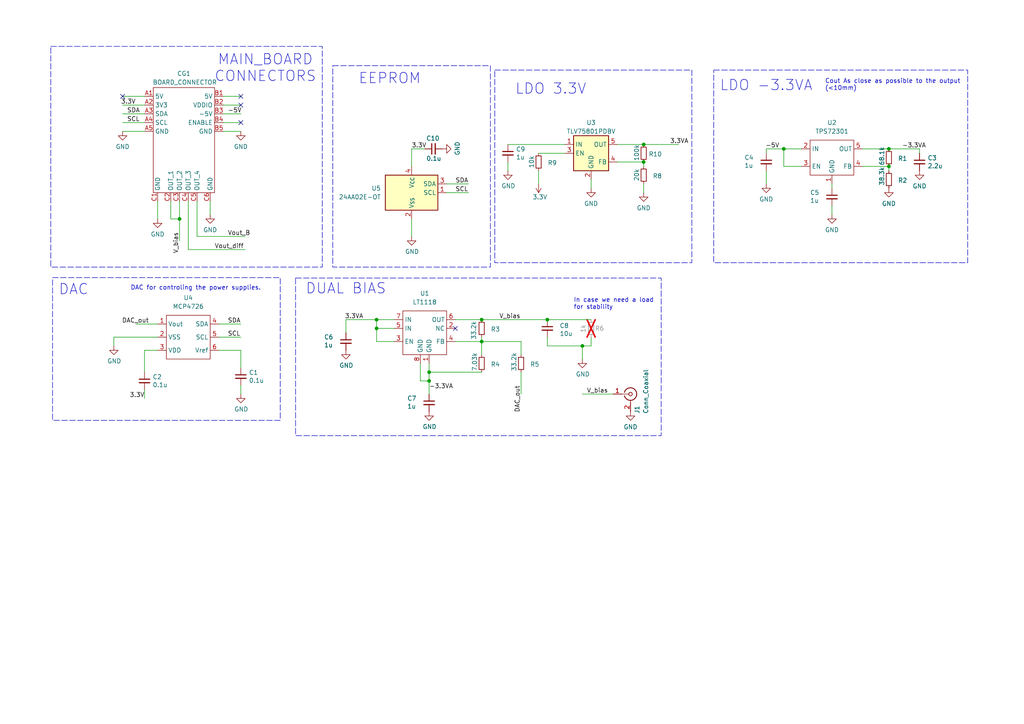
<source format=kicad_sch>
(kicad_sch (version 20250114) (generator "eeschema") (generator_version "9.0")
  (paper "A4")
  (lib_symbols
    (symbol "Connector:Conn_Coaxial" (pin_names (offset 1.016) (hide yes))
      (property "Reference" "J" (at 0.254 3.048 0))
      (property "Value" "Conn_Coaxial" (at 2.921 0 90))
      (symbol "Conn_Coaxial_0_1"
        (polyline (pts (xy -2.54 0) (xy -0.508 0)))
        (arc (start 1.778 0) (mid 0.222 -1.8079) (end -1.778 -0.508) (stroke (width 0.254)))
        (arc (start -1.778 0.508) (mid 0.2221 1.8084) (end 1.778 0) (stroke (width 0.254)))
        (circle (center 0 0) (radius 0.508) (stroke (width 0.2032)))
        (polyline (pts (xy 0 -2.54) (xy 0 -1.778)))
      )
      (symbol "Conn_Coaxial_1_1"
        (pin passive line (at -5.08 0 0) (length 2.54) (name "In") (number "1"))
        (pin passive line (at 0 -5.08 90) (length 2.54) (name "Ext") (number "2"))
      )
    )
    (symbol "Device:C_Small" (pin_numbers (hide yes)) (pin_names (offset 0.254) (hide yes))
      (property "Reference" "C" (at 0.254 1.778 0))
      (property "Value" "C_Small" (at 0.254 -2.032 0))
      (symbol "C_Small_0_1"
        (polyline (pts (xy -1.524 0.508) (xy 1.524 0.508)) (stroke (width 0.3048)))
        (polyline (pts (xy -1.524 -0.508) (xy 1.524 -0.508)) (stroke (width 0.3302)))
      )
      (symbol "C_Small_1_1"
        (pin passive line (at 0 2.54 270) (length 2.032) (name "~") (number "1"))
        (pin passive line (at 0 -2.54 90) (length 2.032) (name "~") (number "2"))
      )
    )
    (symbol "Device:R_Small" (pin_numbers (hide yes)) (pin_names (offset 0.254) (hide yes))
      (property "Reference" "R" (at 0.762 0.508 0))
      (property "Value" "R_Small" (at 0.762 -1.016 0))
      (symbol "R_Small_0_1"
        (rectangle (start -0.762 1.778) (end 0.762 -1.778) (stroke (width 0.2032)))
      )
      (symbol "R_Small_1_1"
        (pin passive line (at 0 2.54 270) (length 0.762) (name "~") (number "1"))
        (pin passive line (at 0 -2.54 90) (length 0.762) (name "~") (number "2"))
      )
    )
    (symbol "External-lib:LT1118"
      (property "Reference" "U" (at 0 4.826 0))
      (property "Value" "LT1118" (at 0 7.112 0))
      (symbol "LT1118_0_1"
        (rectangle (start -6.35 6.35) (end 6.35 -6.35))
      )
      (symbol "LT1118_1_1"
        (pin unspecified line (at -8.89 3.81 0) (length 2.54) (name "IN") (number "7"))
        (pin unspecified line (at -8.89 1.27 0) (length 2.54) (name "IN") (number "5"))
        (pin unspecified line (at -8.89 -2.54 0) (length 2.54) (name "EN") (number "3"))
        (pin unspecified line (at -1.27 -8.89 90) (length 2.54) (name "GND") (number "8"))
        (pin unspecified line (at 1.27 -8.89 90) (length 2.54) (name "GND") (number "1"))
        (pin unspecified line (at 8.89 3.81 180) (length 2.54) (name "OUT") (number "6"))
        (pin unspecified line (at 8.89 1.27 180) (length 2.54) (name "NC") (number "2"))
        (pin unspecified line (at 8.89 -2.54 180) (length 2.54) (name "FB") (number "4"))
      )
    )
    (symbol "External-lib:MCP4726-SOT23"
      (property "Reference" "U" (at 0 0 0))
      (symbol "MCP4726-SOT23_0_1"
        (rectangle (start -6.35 6.35) (end 6.35 -6.35))
      )
      (symbol "MCP4726-SOT23_1_1"
        (pin unspecified line (at -8.89 3.81 0) (length 2.54) (name "Vout") (number "1"))
        (pin unspecified line (at -8.89 0 0) (length 2.54) (name "VSS") (number "2"))
        (pin unspecified line (at -8.89 -3.81 0) (length 2.54) (name "VDD") (number "3"))
        (pin unspecified line (at 8.89 3.81 180) (length 2.54) (name "SDA") (number "4"))
        (pin unspecified line (at 8.89 0 180) (length 2.54) (name "SCL") (number "5"))
        (pin unspecified line (at 8.89 -3.81 180) (length 2.54) (name "Vref") (number "6"))
      )
    )
    (symbol "External-lib:TPS72301"
      (property "Reference" "U" (at 0 3.81 0))
      (property "Value" "TPS72301" (at 0 5.842 0))
      (symbol "TPS72301_0_1"
        (rectangle (start -6.35 5.08) (end 6.35 -5.08))
      )
      (symbol "TPS72301_1_1"
        (pin unspecified line (at -8.89 2.54 0) (length 2.54) (name "IN") (number "2"))
        (pin unspecified line (at -8.89 -2.54 0) (length 2.54) (name "EN") (number "3"))
        (pin unspecified line (at 0 -7.62 90) (length 2.54) (name "GND") (number "1"))
        (pin unspecified line (at 8.89 2.54 180) (length 2.54) (name "OUT") (number "5"))
        (pin unspecified line (at 8.89 -2.54 180) (length 2.54) (name "FB") (number "4"))
      )
    )
    (symbol "Memory_EEPROM:24AA02E-OT"
      (property "Reference" "U" (at -7.62 6.35 0))
      (property "Value" "24AA02E-OT" (at 2.54 -6.35 0))
      (symbol "24AA02E-OT_1_1"
        (rectangle (start -7.62 5.08) (end 7.62 -5.08) (stroke (width 0.254)) (fill (type background)))
        (pin no_connect line (at -10.16 0 0) (length 2.54) (hide yes) (name "NC") (number "5"))
        (pin power_in line (at 0 7.62 270) (length 2.54) (name "V_{CC}") (number "4"))
        (pin power_in line (at 0 -7.62 90) (length 2.54) (name "V_{SS}") (number "2"))
        (pin bidirectional line (at 10.16 2.54 180) (length 2.54) (name "SDA") (number "3"))
        (pin input line (at 10.16 0 180) (length 2.54) (name "SCL") (number "1"))
      )
    )
    (symbol "PCB-connectors-lib:chewing-gum-board" (in_bom no)
      (property "Reference" "CG" (at 1.778 31.75 0))
      (symbol "chewing-gum-board_0_1"
        (rectangle (start 0 30.48) (end 17.78 0))
      )
      (symbol "chewing-gum-board_1_1"
        (pin bidirectional line (at -2.54 27.94 0) (length 2.54) (name "5V") (number "A1"))
        (pin input line (at -2.54 25.4 0) (length 2.54) (name "3V3") (number "A2"))
        (pin bidirectional line (at -2.54 22.86 0) (length 2.54) (name "SDA") (number "A3"))
        (pin output line (at -2.54 20.32 0) (length 2.54) (name "SCL") (number "A4"))
        (pin output line (at -2.54 17.78 0) (length 2.54) (name "GND") (number "A5"))
        (pin bidirectional line (at 1.27 -2.54 90) (length 2.54) (name "GND") (number "C1"))
        (pin output line (at 5.08 -2.54 90) (length 2.54) (name "OUT_1") (number "C2"))
        (pin output line (at 7.62 -2.54 90) (length 2.54) (name "OUT_2") (number "C3"))
        (pin output line (at 10.16 -2.54 90) (length 2.54) (name "OUT_3") (number "C4"))
        (pin output line (at 12.7 -2.54 90) (length 2.54) (name "OUT_4") (number "C5"))
        (pin bidirectional line (at 16.51 -2.54 90) (length 2.54) (name "GND") (number "C6"))
        (pin input line (at 20.32 27.94 180) (length 2.54) (name "5V") (number "B1"))
        (pin bidirectional line (at 20.32 25.4 180) (length 2.54) (name "VDDIO") (number "B2"))
        (pin bidirectional line (at 20.32 22.86 180) (length 2.54) (name "-5V") (number "B3"))
        (pin bidirectional line (at 20.32 20.32 180) (length 2.54) (name "ENABLE") (number "B4"))
        (pin input line (at 20.32 17.78 180) (length 2.54) (name "GND") (number "B5"))
      )
    )
    (symbol "Regulator_Linear:TLV75801PDBV"
      (property "Reference" "U" (at -3.81 6.35 0))
      (property "Value" "TLV75801PDBV" (at 0 6.35 0))
      (symbol "TLV75801PDBV_0_1"
        (rectangle (start 5.08 -5.08) (end -5.08 5.08) (stroke (width 0.254)) (fill (type background)))
      )
      (symbol "TLV75801PDBV_1_1"
        (pin power_in line (at -7.62 2.54 0) (length 2.54) (name "IN") (number "1"))
        (pin input line (at -7.62 0 0) (length 2.54) (name "EN") (number "3"))
        (pin power_in line (at 0 -7.62 90) (length 2.54) (name "GND") (number "2"))
        (pin power_out line (at 7.62 2.54 180) (length 2.54) (name "OUT") (number "5"))
        (pin input line (at 7.62 -2.54 180) (length 2.54) (name "FB") (number "4"))
      )
    )
    (symbol "power:+3.3VA" (power) (pin_names (offset 0))
      (property "Value" "+3.3VA" (at 0 3.556 0))
      (symbol "+3.3VA_0_1"
        (polyline (pts (xy -0.762 1.27) (xy 0 2.54)))
        (polyline (pts (xy 0 2.54) (xy 0.762 1.27)))
        (polyline (pts (xy 0 0) (xy 0 2.54)))
      )
      (symbol "+3.3VA_1_1"
        (pin power_in line (at 0 0 90) (length 0) (hide yes) (name "+3.3VA") (number "1"))
      )
    )
    (symbol "power:GND" (power) (pin_names (offset 0))
      (property "Value" "GND" (at 0 -3.81 0))
      (symbol "GND_0_1"
        (polyline (pts (xy 0 0) (xy 0 -1.27) (xy 1.27 -1.27) (xy 0 -2.54) (xy -1.27 -1.27) (xy 0 -1.27)))
      )
      (symbol "GND_1_1"
        (pin power_in line (at 0 0 270) (length 0) (hide yes) (name "GND") (number "1"))
      )
    )
  )
  (rectangle (start 85.725 80.645) (end 191.77 126.365) (stroke (width 0) (type dash)))
  (rectangle (start 96.52 19.05) (end 142.24 77.47) (stroke (width 0) (type dash)))
  (rectangle (start 143.51 20.32) (end 200.66 76.2) (stroke (width 0) (type dash)))
  (rectangle (start 15.24 80.518) (end 81.28 121.92) (stroke (width 0) (type dash)))
  (rectangle (start 14.732 13.462) (end 93.472 77.47) (stroke (width 0) (type dash)))
  (rectangle (start 207.01 20.32) (end 280.67 76.2) (stroke (width 0) (type dash)))
  (text "In case we need a load\nfor stability" (at 166.37 89.916 0) (effects (font (size 1.27 1.27)) (justify left bottom)))
  (text "LDO 3.3V\n" (at 159.766 25.908 0) (effects (font (size 3 3))))
  (text "DAC for controling the power supplies.\n" (at 37.846 84.328 0) (effects (font (size 1.27 1.27)) (justify left bottom)))
  (text "DAC" (at 21.336 84.074 0) (effects (font (size 3 3))))
  (text "DUAL BIAS" (at 100.33 83.82 0) (effects (font (size 3 3))))
  (text "MAIN_BOARD\nCONNECTORS\n" (at 76.962 19.812 0) (effects (font (size 3 3))))
  (text "Cout As close as possible to the output\n(<10mm)" (at 239.268 26.416 0) (effects (font (size 1.27 1.27)) (justify left bottom)))
  (text "EEPROM\n" (at 113.03 22.86 0) (effects (font (size 3 3))))
  (text "LDO -3.3VA\n" (at 222.25 24.892 0) (effects (font (size 3 3))))
  (junction (at 257.81 48.26))
  (junction (at 186.69 41.91))
  (junction (at 227.33 43.18))
  (junction (at 109.22 92.71))
  (junction (at 124.46 107.95))
  (junction (at 109.22 95.25))
  (junction (at 139.7 99.06))
  (junction (at 186.69 46.99))
  (junction (at 139.7 92.71))
  (junction (at 257.81 43.18))
  (junction (at 124.46 110.49))
  (junction (at 168.91 100.33))
  (junction (at 52.07 63.5))
  (junction (at 158.75 92.71))
  (no_connect (at 69.85 35.56))
  (no_connect (at 69.85 30.48))
  (no_connect (at 132.08 95.25))
  (no_connect (at 35.56 27.94))
  (no_connect (at 69.85 27.94))
  (wire (pts (xy 171.45 52.07) (xy 171.45 54.61)))
  (wire (pts (xy 45.72 101.6) (xy 41.91 101.6)))
  (wire (pts (xy 57.15 58.42) (xy 57.15 68.58)))
  (wire (pts (xy 241.3 53.34) (xy 241.3 54.61)))
  (wire (pts (xy 64.77 33.02) (xy 69.85 33.02)))
  (wire (pts (xy 35.56 33.02) (xy 41.91 33.02)))
  (wire (pts (xy 41.91 113.03) (xy 41.91 115.57)))
  (wire (pts (xy 57.15 68.58) (xy 71.12 68.58)))
  (wire (pts (xy 39.37 93.98) (xy 45.72 93.98)))
  (wire (pts (xy 52.07 63.5) (xy 52.07 69.85)))
  (wire (pts (xy 227.33 48.26) (xy 232.41 48.26)))
  (wire (pts (xy 64.77 30.48) (xy 69.85 30.48)))
  (wire (pts (xy 63.5 97.79) (xy 69.85 97.79)))
  (wire (pts (xy 139.7 99.06) (xy 139.7 102.87)))
  (wire (pts (xy 156.21 44.45) (xy 163.83 44.45)))
  (wire (pts (xy 41.91 101.6) (xy 41.91 107.95)))
  (wire (pts (xy 109.22 92.71) (xy 109.22 95.25)))
  (wire (pts (xy 227.33 43.18) (xy 232.41 43.18)))
  (wire (pts (xy 33.02 97.79) (xy 33.02 100.33)))
  (wire (pts (xy 147.32 41.91) (xy 163.83 41.91)))
  (wire (pts (xy 139.7 99.06) (xy 151.13 99.06)))
  (wire (pts (xy 35.56 27.94) (xy 41.91 27.94)))
  (wire (pts (xy 222.25 43.18) (xy 227.33 43.18)))
  (wire (pts (xy 139.7 107.95) (xy 124.46 107.95)))
  (wire (pts (xy 257.81 48.26) (xy 257.81 49.53)))
  (wire (pts (xy 60.96 58.42) (xy 60.96 62.23)))
  (wire (pts (xy 186.69 41.91) (xy 196.85 41.91)))
  (wire (pts (xy 139.7 92.71) (xy 158.75 92.71)))
  (wire (pts (xy 119.38 43.18) (xy 119.38 48.26)))
  (wire (pts (xy 63.5 93.98) (xy 69.85 93.98)))
  (wire (pts (xy 49.53 63.5) (xy 52.07 63.5)))
  (wire (pts (xy 171.45 97.79) (xy 171.45 100.33)))
  (wire (pts (xy 52.07 58.42) (xy 52.07 63.5)))
  (wire (pts (xy 139.7 97.79) (xy 139.7 99.06)))
  (wire (pts (xy 63.5 101.6) (xy 69.85 101.6)))
  (wire (pts (xy 35.56 38.1) (xy 41.91 38.1)))
  (wire (pts (xy 186.69 53.34) (xy 186.69 55.88)))
  (wire (pts (xy 132.08 92.71) (xy 139.7 92.71)))
  (wire (pts (xy 109.22 99.06) (xy 114.3 99.06)))
  (wire (pts (xy 64.77 38.1) (xy 69.85 38.1)))
  (wire (pts (xy 158.75 97.79) (xy 158.75 100.33)))
  (wire (pts (xy 151.13 99.06) (xy 151.13 102.87)))
  (wire (pts (xy 119.38 43.18) (xy 123.19 43.18)))
  (wire (pts (xy 100.33 92.71) (xy 100.33 96.52)))
  (wire (pts (xy 158.75 100.33) (xy 168.91 100.33)))
  (wire (pts (xy 168.91 100.33) (xy 171.45 100.33)))
  (wire (pts (xy 124.46 110.49) (xy 124.46 114.3)))
  (wire (pts (xy 35.56 30.48) (xy 41.91 30.48)))
  (wire (pts (xy 168.91 114.3) (xy 177.8 114.3)))
  (wire (pts (xy 250.19 43.18) (xy 257.81 43.18)))
  (wire (pts (xy 109.22 92.71) (xy 114.3 92.71)))
  (wire (pts (xy 121.92 105.41) (xy 121.92 110.49)))
  (wire (pts (xy 54.61 58.42) (xy 54.61 72.39)))
  (wire (pts (xy 179.07 46.99) (xy 186.69 46.99)))
  (wire (pts (xy 124.46 107.95) (xy 124.46 110.49)))
  (wire (pts (xy 54.61 72.39) (xy 71.12 72.39)))
  (wire (pts (xy 158.75 92.71) (xy 171.45 92.71)))
  (wire (pts (xy 124.46 105.41) (xy 124.46 107.95)))
  (wire (pts (xy 33.02 97.79) (xy 45.72 97.79)))
  (wire (pts (xy 114.3 95.25) (xy 109.22 95.25)))
  (wire (pts (xy 222.25 49.53) (xy 222.25 53.34)))
  (wire (pts (xy 121.92 110.49) (xy 124.46 110.49)))
  (wire (pts (xy 35.56 35.56) (xy 41.91 35.56)))
  (wire (pts (xy 129.54 53.34) (xy 135.89 53.34)))
  (wire (pts (xy 69.85 101.6) (xy 69.85 106.68)))
  (wire (pts (xy 64.77 35.56) (xy 69.85 35.56)))
  (wire (pts (xy 156.21 49.53) (xy 156.21 53.34)))
  (wire (pts (xy 109.22 95.25) (xy 109.22 99.06)))
  (wire (pts (xy 45.72 58.42) (xy 45.72 63.5)))
  (wire (pts (xy 241.3 59.69) (xy 241.3 62.23)))
  (wire (pts (xy 69.85 111.76) (xy 69.85 114.3)))
  (wire (pts (xy 147.32 46.99) (xy 147.32 49.53)))
  (wire (pts (xy 168.91 100.33) (xy 168.91 104.14)))
  (wire (pts (xy 132.08 99.06) (xy 139.7 99.06)))
  (wire (pts (xy 129.54 55.88) (xy 135.89 55.88)))
  (wire (pts (xy 100.33 92.71) (xy 109.22 92.71)))
  (wire (pts (xy 227.33 43.18) (xy 227.33 48.26)))
  (wire (pts (xy 179.07 41.91) (xy 186.69 41.91)))
  (wire (pts (xy 119.38 63.5) (xy 119.38 68.58)))
  (wire (pts (xy 186.69 46.99) (xy 186.69 48.26)))
  (wire (pts (xy 222.25 43.18) (xy 222.25 44.45)))
  (wire (pts (xy 250.19 48.26) (xy 257.81 48.26)))
  (wire (pts (xy 49.53 58.42) (xy 49.53 63.5)))
  (wire (pts (xy 64.77 27.94) (xy 69.85 27.94)))
  (wire (pts (xy 257.81 43.18) (xy 266.7 43.18)))
  (wire (pts (xy 151.13 107.95) (xy 151.13 114.3)))
  (wire (pts (xy 266.7 43.18) (xy 266.7 44.45)))
  (label "-5V" (at 66.04 33.02 0))
  (label "V_bias" (at 144.78 92.71 0))
  (label "-5V" (at 226.06 43.18 180))
  (label "DAC_out" (at 43.18 93.98 180))
  (label "3.3VA" (at 194.31 41.91 0))
  (label "Vout_diff" (at 62.23 72.39 0))
  (label "V_bias" (at 170.18 114.3 0))
  (label "3.3V" (at 39.37 30.48 180))
  (label "V_bias" (at 52.07 67.31 270))
  (label "SDA" (at 36.83 33.02 0))
  (label "SCL" (at 132.08 55.88 0))
  (label "SCL" (at 36.83 35.56 0))
  (label "SDA" (at 66.04 93.98 0))
  (label "SCL" (at 66.04 97.79 0))
  (label "Vout_B" (at 66.04 68.58 0))
  (label "3.3V" (at 119.38 43.18 0))
  (label "3.3V" (at 41.91 115.57 180))
  (label "DAC_out" (at 151.13 111.76 270))
  (label "3.3VA" (at 105.41 92.71 180))
  (label "SDA" (at 132.08 53.34 0))
  (label "-3.3VA" (at 124.46 113.03 0))
  (label "-3.3VA" (at 261.62 43.18 0))
  (symbol (lib_id "power:GND") (at 266.7 49.53 0) (unit 1)
    (property "Reference" "#PWR05" (effects (hide yes)))
    (property "Value" "GND" (at 266.7 53.975 0))
  )
  (symbol (lib_id "power:GND") (at 168.91 104.14 0) (unit 1)
    (property "Reference" "#PWR010" (effects (hide yes)))
    (property "Value" "GND" (at 169.037 108.5342 0))
  )
  (symbol (lib_id "Device:C_Small") (at 41.91 110.49 0) (unit 1)
    (property "Reference" "C2" (at 44.2468 109.3216 0) (effects (justify left)))
    (property "Value" "0.1u" (at 44.2468 111.633 0) (effects (justify left)))
    (property "Footprint" "Capacitor_SMD:C_0603_1608Metric" (effects (hide yes)))
    (property "Digikey Part Number" "399-9158-1-ND" (effects (hide yes)))
    (property "Mouser Part Number" "80-C0805C104Z3V" (effects (hide yes)))
    (property "LCSC" "C19702" (effects (hide yes)))
  )
  (symbol (lib_id "power:GND") (at 186.69 55.88 0) (unit 1)
    (property "Reference" "#PWR022" (effects (hide yes)))
    (property "Value" "GND" (at 186.69 60.325 0))
  )
  (symbol (lib_id "Device:C_Small") (at 69.85 109.22 0) (unit 1)
    (property "Reference" "C1" (at 72.1868 108.0516 0) (effects (justify left)))
    (property "Value" "0.1u" (at 72.1868 110.363 0) (effects (justify left)))
    (property "Footprint" "Capacitor_SMD:C_0603_1608Metric" (effects (hide yes)))
    (property "Digikey Part Number" "399-9158-1-ND" (effects (hide yes)))
    (property "Mouser Part Number" "80-C0805C104Z3V" (effects (hide yes)))
    (property "LCSC" "C19702" (effects (hide yes)))
  )
  (symbol (lib_id "Device:C_Small") (at 222.25 46.99 0) (unit 1)
    (property "Reference" "C4" (at 215.9 45.6946 0) (effects (justify left)))
    (property "Value" "1u" (at 215.9 48.006 0) (effects (justify left)))
    (property "Footprint" "Capacitor_SMD:C_0603_1608Metric" (effects (hide yes)))
    (property "Digikey Part Number" "399-9158-1-ND" (effects (hide yes)))
    (property "Mouser Part Number" "80-C0805C104Z3V" (effects (hide yes)))
    (property "LCSC" "C19702" (effects (hide yes)))
  )
  (symbol (lib_id "Device:C_Small") (at 100.33 99.06 0) (unit 1)
    (property "Reference" "C6" (at 93.98 97.7646 0) (effects (justify left)))
    (property "Value" "1u" (at 93.98 100.076 0) (effects (justify left)))
    (property "Footprint" "Capacitor_SMD:C_0603_1608Metric" (effects (hide yes)))
    (property "Digikey Part Number" "399-9158-1-ND" (effects (hide yes)))
    (property "Mouser Part Number" "80-C0805C104Z3V" (effects (hide yes)))
    (property "LCSC" "C19702" (effects (hide yes)))
  )
  (symbol (lib_id "Memory_EEPROM:24AA02E-OT") (at 119.38 55.88 0) (unit 1)
    (property "Reference" "U5" (at 110.49 54.6099 0) (effects (justify right)))
    (property "Value" "24AA02E-OT" (at 110.49 57.1499 0) (effects (justify right)))
    (property "Footprint" "Package_TO_SOT_SMD:SOT-23-5" (effects (hide yes)))
    (property "Datasheet" "https://ww1.microchip.com/downloads/aemDocuments/documents/MPD/ProductDocuments/DataSheets/2-Kbit-I2C-Serial-EEPROMs-+EUI-48-or-EUI-64-Node-20002124.pdf" (effects (hide yes)))
    (property "Description" "I2C Serial EEPROM with EUI-48 or EUI-64, 2Kb, SOT-23-5" (effects (hide yes)))
  )
  (symbol (lib_id "Device:C_Small") (at 147.32 44.45 0) (unit 1)
    (property "Reference" "C9" (at 149.6568 43.2816 0) (effects (justify left)))
    (property "Value" "1u" (at 149.6568 45.593 0) (effects (justify left)))
    (property "Footprint" "Capacitor_SMD:C_0603_1608Metric" (effects (hide yes)))
    (property "Digikey Part Number" "399-9158-1-ND" (effects (hide yes)))
    (property "Mouser Part Number" "80-C0805C104Z3V" (effects (hide yes)))
    (property "LCSC" "C19702" (effects (hide yes)))
  )
  (symbol (lib_id "PCB-connectors-lib:chewing-gum-board") (at 44.45 55.88 0) (unit 1) (in_bom no)
    (property "Reference" "CG1" (at 53.34 21.336 0))
    (property "Value" "BOARD_CONNECTOR" (at 53.594 23.876 0))
    (property "Footprint" "heep-footprints:chewing-gum-pcb" (effects (hide yes)))
  )
  (symbol (lib_id "power:GND") (at 45.72 63.5 0) (unit 1)
    (property "Reference" "#PWR011" (effects (hide yes)))
    (property "Value" "GND" (at 45.72 67.945 0))
  )
  (symbol (lib_id "power:GND") (at 124.46 119.38 0) (unit 1)
    (property "Reference" "#PWR09" (effects (hide yes)))
    (property "Value" "GND" (at 124.587 123.7742 0))
  )
  (symbol (lib_id "Device:C_Small") (at 266.7 46.99 0) (unit 1)
    (property "Reference" "C3" (at 269.0368 45.8216 0) (effects (justify left)))
    (property "Value" "2.2u" (at 269.0368 48.133 0) (effects (justify left)))
    (property "Footprint" "Capacitor_SMD:C_0603_1608Metric" (effects (hide yes)))
    (property "Digikey Part Number" "399-9158-1-ND" (effects (hide yes)))
    (property "Mouser Part Number" "80-C0805C104Z3V" (effects (hide yes)))
    (property "LCSC" "C19702" (effects (hide yes)))
  )
  (symbol (lib_id "power:GND") (at 69.85 114.3 0) (unit 1)
    (property "Reference" "#PWR026" (effects (hide yes)))
    (property "Value" "GND" (at 69.977 118.6942 0))
  )
  (symbol (lib_id "power:GND") (at 33.02 100.33 0) (unit 1)
    (property "Reference" "#PWR028" (effects (hide yes)))
    (property "Value" "GND" (at 33.147 104.7242 0))
  )
  (symbol (lib_id "Regulator_Linear:TLV75801PDBV") (at 171.45 44.45 0) (unit 1)
    (property "Reference" "U3" (at 171.45 35.56 0))
    (property "Value" "TLV75801PDBV" (at 171.45 38.1 0))
    (property "Footprint" "Package_TO_SOT_SMD:SOT-23-5" (effects (hide yes)))
    (property "Datasheet" "https://www.ti.com/lit/ds/symlink/tlv758p.pdf" (effects (hide yes)))
    (property "LCSC" "C2877852" (effects (hide yes)))
  )
  (symbol (lib_id "power:+3.3VA") (at 156.21 53.34 180) (unit 1)
    (property "Reference" "#PWR025" (effects (hide yes)))
    (property "Value" "3.3V" (at 154.432 57.15 0) (effects (justify right)))
  )
  (symbol (lib_id "Device:R_Small") (at 151.13 105.41 0) (mirror y) (unit 1)
    (property "Reference" "R5" (at 156.464 105.664 0) (effects (justify left)))
    (property "Value" "33.2k" (at 149.098 107.696 90) (effects (justify left)))
    (property "Footprint" "Resistor_SMD:R_0603_1608Metric" (effects (hide yes)))
    (property "Digikey Part Number" "P10KGCT-ND" (effects (hide yes)))
    (property "Mouser Part Number" "667-ERJ-3GEYJ103V" (effects (hide yes)))
    (property "LCSC" "C98220" (effects (hide yes)))
  )
  (symbol (lib_id "power:GND") (at 60.96 62.23 0) (unit 1)
    (property "Reference" "#PWR08" (effects (hide yes)))
    (property "Value" "GND" (at 60.96 66.675 0))
  )
  (symbol (lib_id "External-lib:LT1118") (at 123.19 96.52 0) (unit 1)
    (property "Reference" "U1" (at 123.19 85.09 0))
    (property "Value" "LT1118" (at 123.19 87.63 0))
    (property "Footprint" "heep-footprints:S8-package" (effects (hide yes)))
    (property "Datasheet" "https://www.analog.com/media/en/technical-documentation/data-sheets/1118fd.pdf" (effects (hide yes)))
  )
  (symbol (lib_id "power:GND") (at 171.45 54.61 0) (unit 1)
    (property "Reference" "#PWR023" (effects (hide yes)))
    (property "Value" "GND" (at 171.45 59.055 0))
  )
  (symbol (lib_id "Device:R_Small") (at 186.69 50.8 0) (mirror y) (unit 1)
    (property "Reference" "R8" (at 192.024 51.054 0) (effects (justify left)))
    (property "Value" "20k" (at 184.658 52.578 90) (effects (justify left)))
    (property "Footprint" "Resistor_SMD:R_0603_1608Metric" (effects (hide yes)))
    (property "Digikey Part Number" "P10KGCT-ND" (effects (hide yes)))
    (property "Mouser Part Number" "667-ERJ-3GEYJ103V" (effects (hide yes)))
    (property "LCSC" "C98220" (effects (hide yes)))
  )
  (symbol (lib_id "power:GND") (at 128.27 43.18 90) (unit 1)
    (property "Reference" "#PWR030" (effects (hide yes)))
    (property "Value" "GND" (at 132.6642 43.053 0))
  )
  (symbol (lib_id "Device:C_Small") (at 125.73 43.18 90) (unit 1)
    (property "Reference" "C10" (at 127.508 40.132 90) (effects (justify left)))
    (property "Value" "0.1u" (at 128.016 45.974 90) (effects (justify left)))
    (property "Footprint" "Capacitor_SMD:C_0603_1608Metric" (effects (hide yes)))
    (property "Digikey Part Number" "399-9158-1-ND" (effects (hide yes)))
    (property "Mouser Part Number" "80-C0805C104Z3V" (effects (hide yes)))
    (property "LCSC" "C19702" (effects (hide yes)))
  )
  (symbol (lib_id "Device:R_Small") (at 139.7 95.25 0) (mirror y) (unit 1)
    (property "Reference" "R3" (at 145.034 95.504 0) (effects (justify left)))
    (property "Value" "33.2k" (at 137.414 98.552 90) (effects (justify left)))
    (property "Footprint" "Resistor_SMD:R_0603_1608Metric" (effects (hide yes)))
    (property "Digikey Part Number" "P10KGCT-ND" (effects (hide yes)))
    (property "Mouser Part Number" "667-ERJ-3GEYJ103V" (effects (hide yes)))
    (property "LCSC" "C98220" (effects (hide yes)))
  )
  (symbol (lib_id "power:GND") (at 35.56 38.1 0) (unit 1)
    (property "Reference" "#PWR04" (effects (hide yes)))
    (property "Value" "GND" (at 35.56 42.545 0))
  )
  (symbol (lib_id "Device:R_Small") (at 139.7 105.41 0) (mirror y) (unit 1)
    (property "Reference" "R4" (at 145.034 105.664 0) (effects (justify left)))
    (property "Value" "7.03k" (at 137.668 107.696 90) (effects (justify left)))
    (property "Footprint" "Resistor_SMD:R_0603_1608Metric" (effects (hide yes)))
    (property "Digikey Part Number" "P10KGCT-ND" (effects (hide yes)))
    (property "Mouser Part Number" "667-ERJ-3GEYJ103V" (effects (hide yes)))
    (property "LCSC" "C98220" (effects (hide yes)))
  )
  (symbol (lib_id "power:GND") (at 257.81 54.61 0) (unit 1)
    (property "Reference" "#PWR02" (effects (hide yes)))
    (property "Value" "GND" (at 257.81 59.055 0))
  )
  (symbol (lib_id "Device:C_Small") (at 241.3 57.15 0) (unit 1)
    (property "Reference" "C5" (at 234.95 55.8546 0) (effects (justify left)))
    (property "Value" "1u" (at 234.95 58.166 0) (effects (justify left)))
    (property "Footprint" "Capacitor_SMD:C_0603_1608Metric" (effects (hide yes)))
    (property "Digikey Part Number" "399-9158-1-ND" (effects (hide yes)))
    (property "Mouser Part Number" "80-C0805C104Z3V" (effects (hide yes)))
    (property "LCSC" "C19702" (effects (hide yes)))
  )
  (symbol (lib_id "Device:C_Small") (at 124.46 116.84 0) (unit 1)
    (property "Reference" "C7" (at 118.11 115.5446 0) (effects (justify left)))
    (property "Value" "1u" (at 118.11 117.856 0) (effects (justify left)))
    (property "Footprint" "Capacitor_SMD:C_0603_1608Metric" (effects (hide yes)))
    (property "Digikey Part Number" "399-9158-1-ND" (effects (hide yes)))
    (property "Mouser Part Number" "80-C0805C104Z3V" (effects (hide yes)))
    (property "LCSC" "C19702" (effects (hide yes)))
  )
  (symbol (lib_id "power:GND") (at 241.3 62.23 0) (unit 1)
    (property "Reference" "#PWR01" (effects (hide yes)))
    (property "Value" "GND" (at 241.3 66.675 0))
  )
  (symbol (lib_id "power:GND") (at 147.32 49.53 0) (unit 1)
    (property "Reference" "#PWR024" (effects (hide yes)))
    (property "Value" "GND" (at 147.447 53.9242 0))
  )
  (symbol (lib_id "Device:R_Small") (at 257.81 45.72 0) (mirror y) (unit 1)
    (property "Reference" "R1" (at 263.144 45.974 0) (effects (justify left)))
    (property "Value" "68.1k" (at 255.778 48.006 90) (effects (justify left)))
    (property "Footprint" "Resistor_SMD:R_0603_1608Metric" (effects (hide yes)))
    (property "Digikey Part Number" "P10KGCT-ND" (effects (hide yes)))
    (property "Mouser Part Number" "667-ERJ-3GEYJ103V" (effects (hide yes)))
    (property "LCSC" "C98220" (effects (hide yes)))
  )
  (symbol (lib_id "Device:C_Small") (at 158.75 95.25 0) (unit 1)
    (property "Reference" "C8" (at 162.306 94.4626 0) (effects (justify left)))
    (property "Value" "10u" (at 162.306 96.774 0) (effects (justify left)))
    (property "Footprint" "Capacitor_SMD:C_0603_1608Metric" (effects (hide yes)))
    (property "Digikey Part Number" "399-9158-1-ND" (effects (hide yes)))
    (property "Mouser Part Number" "80-C0805C104Z3V" (effects (hide yes)))
    (property "LCSC" "C19702" (effects (hide yes)))
  )
  (symbol (lib_id "power:GND") (at 182.88 119.38 0) (unit 1)
    (property "Reference" "#PWR072" (effects (hide yes)))
    (property "Value" "GND" (at 182.88 123.825 0))
  )
  (symbol (lib_id "Device:R_Small") (at 156.21 46.99 0) (mirror y) (unit 1)
    (property "Reference" "R9" (at 161.544 47.244 0) (effects (justify left)))
    (property "Value" "10k" (at 154.178 48.768 90) (effects (justify left)))
    (property "Footprint" "Resistor_SMD:R_0603_1608Metric" (effects (hide yes)))
    (property "Digikey Part Number" "P10KGCT-ND" (effects (hide yes)))
    (property "Mouser Part Number" "667-ERJ-3GEYJ103V" (effects (hide yes)))
    (property "LCSC" "C98220" (effects (hide yes)))
  )
  (symbol (lib_id "Connector:Conn_Coaxial") (at 182.88 114.3 0) (unit 1)
    (property "Reference" "J1" (at 184.785 120.015 90) (effects (justify left)))
    (property "Value" "Conn_Coaxial" (at 187.325 120.015 90) (effects (justify left)))
    (property "Footprint" "Connector_Coaxial:SMA_Amphenol_132289_EdgeMount" (effects (hide yes)))
  )
  (symbol (lib_id "power:GND") (at 222.25 53.34 0) (unit 1)
    (property "Reference" "#PWR06" (effects (hide yes)))
    (property "Value" "GND" (at 222.25 57.785 0))
  )
  (symbol (lib_id "power:GND") (at 100.33 101.6 0) (unit 1)
    (property "Reference" "#PWR07" (effects (hide yes)))
    (property "Value" "GND" (at 100.457 105.9942 0))
  )
  (symbol (lib_id "Device:R_Small") (at 171.45 95.25 0) (mirror y) (unit 1) (dnp yes)
    (property "Reference" "R6" (at 175.26 95.25 0) (effects (justify left)))
    (property "Value" "1k" (at 169.164 96.52 90) (effects (justify left)))
    (property "Footprint" "Resistor_SMD:R_0603_1608Metric" (effects (hide yes)))
    (property "Digikey Part Number" "P10KGCT-ND" (effects (hide yes)))
    (property "Mouser Part Number" "667-ERJ-3GEYJ103V" (effects (hide yes)))
    (property "LCSC" "C98220" (effects (hide yes)))
  )
  (symbol (lib_id "power:GND") (at 69.85 38.1 0) (unit 1)
    (property "Reference" "#PWR03" (effects (hide yes)))
    (property "Value" "GND" (at 69.85 42.545 0))
  )
  (symbol (lib_id "External-lib:TPS72301") (at 241.3 45.72 0) (unit 1)
    (property "Reference" "U2" (at 241.3 35.56 0))
    (property "Value" "TPS72301" (at 241.3 38.1 0))
    (property "Footprint" "Package_TO_SOT_SMD:SOT-23-5" (effects (hide yes)))
    (property "Datasheet" "https://jlcpcb.com/api/file/downloadByFileSystemAccessId/8586199087355449344" (effects (hide yes)))
    (property "Description" "TPS723xx 200mA Low-Noise, High-PSRR Negative Output Low-Dropout Linear Regulators" (effects (hide yes)))
  )
  (symbol (lib_id "power:GND") (at 119.38 68.58 0) (unit 1)
    (property "Reference" "#PWR029" (effects (hide yes)))
    (property "Value" "GND" (at 119.507 72.9742 0))
  )
  (symbol (lib_id "Device:R_Small") (at 257.81 52.07 0) (mirror y) (unit 1)
    (property "Reference" "R2" (at 263.144 52.324 0) (effects (justify left)))
    (property "Value" "38.3k" (at 255.778 53.848 90) (effects (justify left)))
    (property "Footprint" "Resistor_SMD:R_0603_1608Metric" (effects (hide yes)))
    (property "Digikey Part Number" "P10KGCT-ND" (effects (hide yes)))
    (property "Mouser Part Number" "667-ERJ-3GEYJ103V" (effects (hide yes)))
    (property "LCSC" "C98220" (effects (hide yes)))
  )
  (symbol (lib_id "External-lib:MCP4726-SOT23") (at 54.61 97.79 0) (unit 1)
    (property "Reference" "U4" (at 54.61 86.36 0))
    (property "Value" "MCP4726" (at 54.61 88.9 0))
    (property "Footprint" "Package_TO_SOT_SMD:TSOT-23-6_HandSoldering" (effects (hide yes)))
    (property "Datasheet" "https://ww1.microchip.com/downloads/en/DeviceDoc/22272C.pdf" (effects (hide yes)))
  )
  (symbol (lib_id "Device:R_Small") (at 186.69 44.45 0) (mirror y) (unit 1)
    (property "Reference" "R10" (at 192.024 44.704 0) (effects (justify left)))
    (property "Value" "100k" (at 184.658 46.736 90) (effects (justify left)))
    (property "Footprint" "Resistor_SMD:R_0603_1608Metric" (effects (hide yes)))
    (property "Digikey Part Number" "P10KGCT-ND" (effects (hide yes)))
    (property "Mouser Part Number" "667-ERJ-3GEYJ103V" (effects (hide yes)))
    (property "LCSC" "C98220" (effects (hide yes)))
  )
)
</source>
